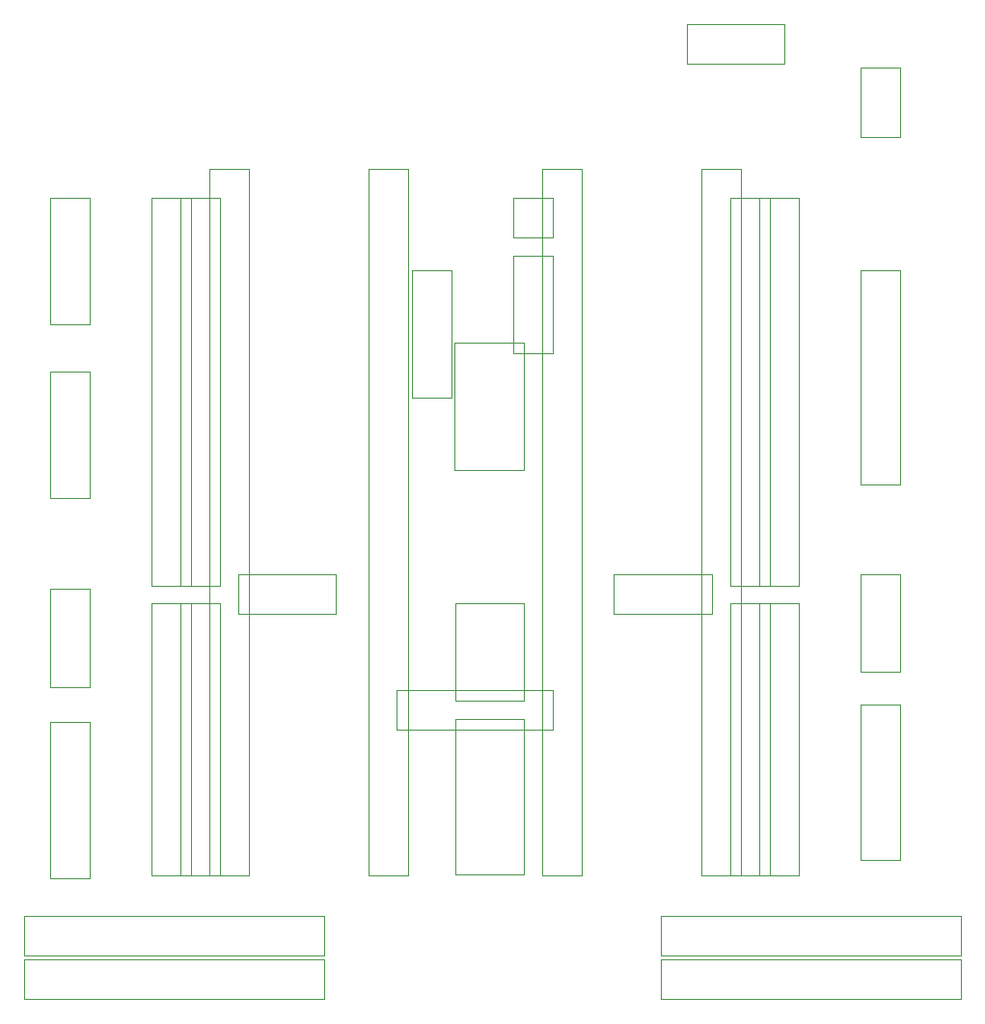
<source format=gbr>
G04 #@! TF.FileFunction,Other,User*
%FSLAX46Y46*%
G04 Gerber Fmt 4.6, Leading zero omitted, Abs format (unit mm)*
G04 Created by KiCad (PCBNEW 4.0.4-stable) date 12/08/16 13:32:53*
%MOMM*%
%LPD*%
G01*
G04 APERTURE LIST*
%ADD10C,0.100000*%
%ADD11C,0.050000*%
G04 APERTURE END LIST*
D10*
D11*
X128044000Y-121892000D02*
X154444000Y-121892000D01*
X128044000Y-118392000D02*
X154444000Y-118392000D01*
X128044000Y-121892000D02*
X128044000Y-118392000D01*
X154444000Y-121892000D02*
X154444000Y-118392000D01*
X72164000Y-121892000D02*
X98564000Y-121892000D01*
X72164000Y-118392000D02*
X98564000Y-118392000D01*
X72164000Y-121892000D02*
X72164000Y-118392000D01*
X98564000Y-121892000D02*
X98564000Y-118392000D01*
X72164000Y-118082000D02*
X98564000Y-118082000D01*
X72164000Y-114582000D02*
X98564000Y-114582000D01*
X72164000Y-118082000D02*
X72164000Y-114582000D01*
X98564000Y-118082000D02*
X98564000Y-114582000D01*
X83340000Y-51590000D02*
X83340000Y-85590000D01*
X86840000Y-51590000D02*
X86840000Y-85590000D01*
X83340000Y-51590000D02*
X86840000Y-51590000D01*
X83340000Y-85590000D02*
X86840000Y-85590000D01*
X83340000Y-87150000D02*
X83340000Y-111000000D01*
X86840000Y-87150000D02*
X86840000Y-111000000D01*
X83340000Y-87150000D02*
X86840000Y-87150000D01*
X83340000Y-111000000D02*
X86840000Y-111000000D01*
X85880000Y-51590000D02*
X85880000Y-85590000D01*
X89380000Y-51590000D02*
X89380000Y-85590000D01*
X85880000Y-51590000D02*
X89380000Y-51590000D01*
X85880000Y-85590000D02*
X89380000Y-85590000D01*
X85880000Y-87150000D02*
X85880000Y-111000000D01*
X89380000Y-87150000D02*
X89380000Y-111000000D01*
X85880000Y-87150000D02*
X89380000Y-87150000D01*
X85880000Y-111000000D02*
X89380000Y-111000000D01*
X90960000Y-88110000D02*
X99560000Y-88110000D01*
X90960000Y-84610000D02*
X99560000Y-84610000D01*
X90960000Y-88110000D02*
X90960000Y-84610000D01*
X99560000Y-88110000D02*
X99560000Y-84610000D01*
X132560000Y-84610000D02*
X123960000Y-84610000D01*
X132560000Y-88110000D02*
X123960000Y-88110000D01*
X132560000Y-84610000D02*
X132560000Y-88110000D01*
X123960000Y-84610000D02*
X123960000Y-88110000D01*
X130330000Y-39850000D02*
X138930000Y-39850000D01*
X130330000Y-36350000D02*
X138930000Y-36350000D01*
X130330000Y-39850000D02*
X130330000Y-36350000D01*
X138930000Y-39850000D02*
X138930000Y-36350000D01*
X88420000Y-49050000D02*
X88420000Y-111000000D01*
X91920000Y-49050000D02*
X91920000Y-111000000D01*
X88420000Y-49050000D02*
X91920000Y-49050000D01*
X88420000Y-111000000D02*
X91920000Y-111000000D01*
X105890000Y-49050000D02*
X102390000Y-49050000D01*
X105890000Y-111000000D02*
X102390000Y-111000000D01*
X105890000Y-49050000D02*
X105890000Y-111000000D01*
X102390000Y-49050000D02*
X102390000Y-111000000D01*
X74450000Y-85880000D02*
X74450000Y-94480000D01*
X77950000Y-85880000D02*
X77950000Y-94480000D01*
X74450000Y-85880000D02*
X77950000Y-85880000D01*
X74450000Y-94480000D02*
X77950000Y-94480000D01*
X121130000Y-49050000D02*
X117630000Y-49050000D01*
X121130000Y-111000000D02*
X117630000Y-111000000D01*
X121130000Y-49050000D02*
X121130000Y-111000000D01*
X117630000Y-49050000D02*
X117630000Y-111000000D01*
X131600000Y-49050000D02*
X131600000Y-111000000D01*
X135100000Y-49050000D02*
X135100000Y-111000000D01*
X131600000Y-49050000D02*
X135100000Y-49050000D01*
X131600000Y-111000000D02*
X135100000Y-111000000D01*
X134140000Y-51590000D02*
X134140000Y-85590000D01*
X137640000Y-51590000D02*
X137640000Y-85590000D01*
X134140000Y-51590000D02*
X137640000Y-51590000D01*
X134140000Y-85590000D02*
X137640000Y-85590000D01*
X134140000Y-87150000D02*
X134140000Y-111000000D01*
X137640000Y-87150000D02*
X137640000Y-111000000D01*
X134140000Y-87150000D02*
X137640000Y-87150000D01*
X134140000Y-111000000D02*
X137640000Y-111000000D01*
X136680000Y-51590000D02*
X136680000Y-85590000D01*
X140180000Y-51590000D02*
X140180000Y-85590000D01*
X136680000Y-51590000D02*
X140180000Y-51590000D01*
X136680000Y-85590000D02*
X140180000Y-85590000D01*
X136680000Y-87150000D02*
X136680000Y-111000000D01*
X140180000Y-87150000D02*
X140180000Y-111000000D01*
X136680000Y-87150000D02*
X140180000Y-87150000D01*
X136680000Y-111000000D02*
X140180000Y-111000000D01*
X115090000Y-65250000D02*
X118590000Y-65250000D01*
X115090000Y-56650000D02*
X118590000Y-56650000D01*
X115090000Y-65250000D02*
X115090000Y-56650000D01*
X118590000Y-65250000D02*
X118590000Y-56650000D01*
X77950000Y-77950000D02*
X77950000Y-66800000D01*
X74450000Y-77950000D02*
X74450000Y-66800000D01*
X77950000Y-77950000D02*
X74450000Y-77950000D01*
X77950000Y-66800000D02*
X74450000Y-66800000D01*
X116050000Y-64290000D02*
X110000000Y-64290000D01*
X116050000Y-75440000D02*
X110000000Y-75440000D01*
X116050000Y-64290000D02*
X116050000Y-75440000D01*
X110000000Y-64290000D02*
X110000000Y-75440000D01*
X110010000Y-95730000D02*
X116060000Y-95730000D01*
X110010000Y-87130000D02*
X116060000Y-87130000D01*
X110010000Y-95730000D02*
X110010000Y-87130000D01*
X116060000Y-95730000D02*
X116060000Y-87130000D01*
X110010000Y-110970000D02*
X116060000Y-110970000D01*
X110010000Y-97270000D02*
X116060000Y-97270000D01*
X110010000Y-110970000D02*
X110010000Y-97270000D01*
X116060000Y-110970000D02*
X116060000Y-97270000D01*
X115090000Y-51590000D02*
X115090000Y-55090000D01*
X118590000Y-51590000D02*
X118590000Y-55090000D01*
X115090000Y-51590000D02*
X118590000Y-51590000D01*
X115090000Y-55090000D02*
X118590000Y-55090000D01*
X145570000Y-40160000D02*
X145570000Y-46210000D01*
X149070000Y-40160000D02*
X149070000Y-46210000D01*
X145570000Y-40160000D02*
X149070000Y-40160000D01*
X145570000Y-46210000D02*
X149070000Y-46210000D01*
X145570000Y-57940000D02*
X145570000Y-76690000D01*
X149070000Y-57940000D02*
X149070000Y-76690000D01*
X145570000Y-57940000D02*
X149070000Y-57940000D01*
X145570000Y-76690000D02*
X149070000Y-76690000D01*
X74450000Y-97564000D02*
X74450000Y-111264000D01*
X77950000Y-97564000D02*
X77950000Y-111264000D01*
X74450000Y-97564000D02*
X77950000Y-97564000D01*
X74450000Y-111264000D02*
X77950000Y-111264000D01*
X118590000Y-98270000D02*
X118590000Y-94770000D01*
X104890000Y-98270000D02*
X104890000Y-94770000D01*
X118590000Y-98270000D02*
X104890000Y-98270000D01*
X118590000Y-94770000D02*
X104890000Y-94770000D01*
X109700000Y-57940000D02*
X106200000Y-57940000D01*
X109700000Y-69090000D02*
X106200000Y-69090000D01*
X109700000Y-57940000D02*
X109700000Y-69090000D01*
X106200000Y-57940000D02*
X106200000Y-69090000D01*
X77950000Y-62710000D02*
X77950000Y-51560000D01*
X74450000Y-62710000D02*
X74450000Y-51560000D01*
X77950000Y-62710000D02*
X74450000Y-62710000D01*
X77950000Y-51560000D02*
X74450000Y-51560000D01*
X149070000Y-109700000D02*
X149070000Y-96000000D01*
X145570000Y-109700000D02*
X145570000Y-96000000D01*
X149070000Y-109700000D02*
X145570000Y-109700000D01*
X149070000Y-96000000D02*
X145570000Y-96000000D01*
X128044000Y-118082000D02*
X154444000Y-118082000D01*
X128044000Y-114582000D02*
X154444000Y-114582000D01*
X128044000Y-118082000D02*
X128044000Y-114582000D01*
X154444000Y-118082000D02*
X154444000Y-114582000D01*
X149070000Y-93190000D02*
X149070000Y-84590000D01*
X145570000Y-93190000D02*
X145570000Y-84590000D01*
X149070000Y-93190000D02*
X145570000Y-93190000D01*
X149070000Y-84590000D02*
X145570000Y-84590000D01*
M02*

</source>
